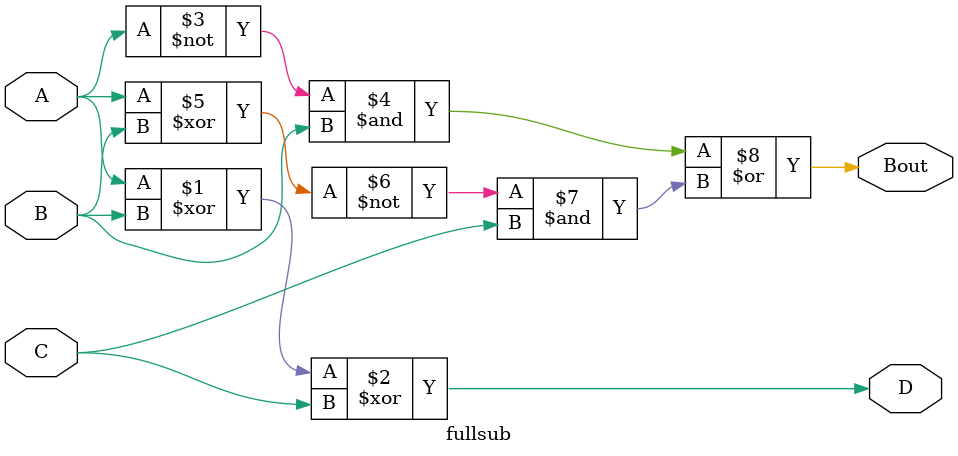
<source format=v>
module fullsub(A,B,C,D,Bout);
  input A,B,C;
  output reg D,Bout;
  assign D = A^B^C;
  assign  Bout= (~A & B) | (~(A ^ B) & C);
endmodule

</source>
